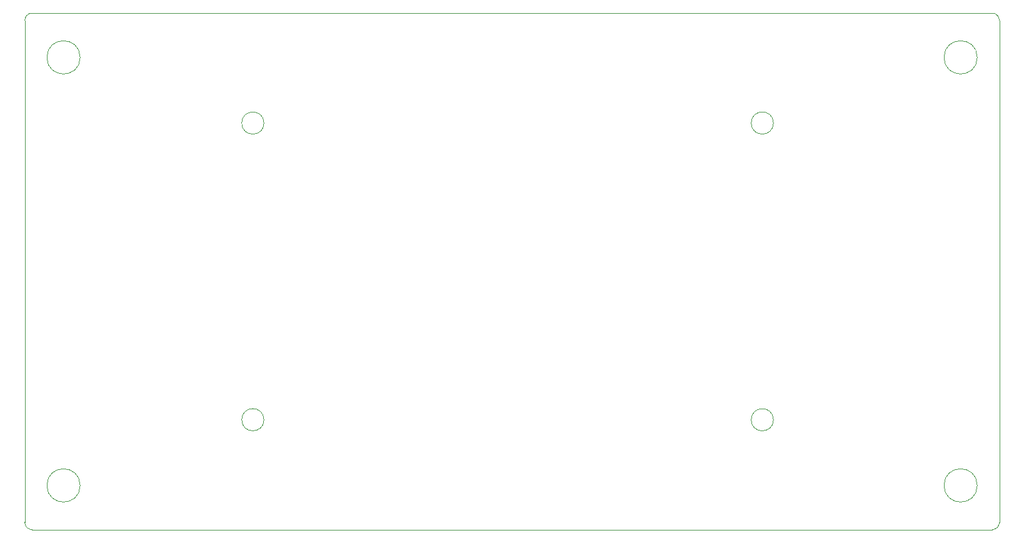
<source format=gbr>
%TF.GenerationSoftware,KiCad,Pcbnew,9.0.3*%
%TF.CreationDate,2025-08-15T10:31:12+02:00*%
%TF.ProjectId,Displaypanel,44697370-6c61-4797-9061-6e656c2e6b69,rev?*%
%TF.SameCoordinates,Original*%
%TF.FileFunction,Profile,NP*%
%FSLAX46Y46*%
G04 Gerber Fmt 4.6, Leading zero omitted, Abs format (unit mm)*
G04 Created by KiCad (PCBNEW 9.0.3) date 2025-08-15 10:31:12*
%MOMM*%
%LPD*%
G01*
G04 APERTURE LIST*
%TA.AperFunction,Profile*%
%ADD10C,0.100000*%
%TD*%
%TA.AperFunction,Profile*%
%ADD11C,0.050000*%
%TD*%
G04 APERTURE END LIST*
D10*
X82000000Y-127000000D02*
X82000000Y-59000000D01*
X212999999Y-58000001D02*
G75*
G02*
X213999999Y-59000001I1J-999999D01*
G01*
X211000022Y-122000000D02*
G75*
G02*
X206499978Y-122000000I-2250022J0D01*
G01*
X206499978Y-122000000D02*
G75*
G02*
X211000022Y-122000000I2250022J0D01*
G01*
X89500022Y-64000000D02*
G75*
G02*
X84999978Y-64000000I-2250022J0D01*
G01*
X84999978Y-64000000D02*
G75*
G02*
X89500022Y-64000000I2250022J0D01*
G01*
X213999999Y-59000001D02*
X214000000Y-127000000D01*
X214000000Y-127000000D02*
G75*
G02*
X213000000Y-128000000I-1000000J0D01*
G01*
X211000022Y-64000000D02*
G75*
G02*
X206499978Y-64000000I-2250022J0D01*
G01*
X206499978Y-64000000D02*
G75*
G02*
X211000022Y-64000000I2250022J0D01*
G01*
X89500022Y-122000000D02*
G75*
G02*
X84999978Y-122000000I-2250022J0D01*
G01*
X84999978Y-122000000D02*
G75*
G02*
X89500022Y-122000000I2250022J0D01*
G01*
X213000000Y-128000000D02*
X83000000Y-128000000D01*
X83000000Y-58000000D02*
X212999999Y-58000002D01*
X82000000Y-59000000D02*
G75*
G02*
X83000000Y-58000000I1000000J0D01*
G01*
X83000000Y-128000000D02*
G75*
G02*
X82000000Y-127000000I0J1000000D01*
G01*
D11*
%TO.C,U1*%
X114393330Y-72900000D02*
G75*
G02*
X111386670Y-72900000I-1503330J0D01*
G01*
X111386670Y-72900000D02*
G75*
G02*
X114393330Y-72900000I1503330J0D01*
G01*
X114393330Y-113100000D02*
G75*
G02*
X111386670Y-113100000I-1503330J0D01*
G01*
X111386670Y-113100000D02*
G75*
G02*
X114393330Y-113100000I1503330J0D01*
G01*
X183393330Y-72896670D02*
G75*
G02*
X180386670Y-72896670I-1503330J0D01*
G01*
X180386670Y-72896670D02*
G75*
G02*
X183393330Y-72896670I1503330J0D01*
G01*
X183393330Y-113103330D02*
G75*
G02*
X180386670Y-113103330I-1503330J0D01*
G01*
X180386670Y-113103330D02*
G75*
G02*
X183393330Y-113103330I1503330J0D01*
G01*
%TD*%
M02*

</source>
